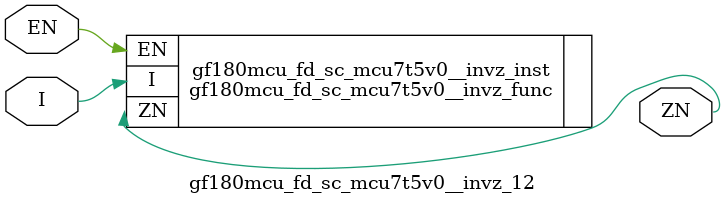
<source format=v>

`ifndef GF180MCU_FD_SC_MCU7T5V0__INVZ_12_V
`define GF180MCU_FD_SC_MCU7T5V0__INVZ_12_V

`include gf180mcu_fd_sc_mcu7t5v0__invz.v

`ifdef USE_POWER_PINS
module gf180mcu_fd_sc_mcu7t5v0__invz_12( EN, I, ZN, VDD, VSS );
inout VDD, VSS;
`else // If not USE_POWER_PINS
module gf180mcu_fd_sc_mcu7t5v0__invz_12( EN, I, ZN );
`endif // If not USE_POWER_PINS
input EN, I;
output ZN;

`ifdef USE_POWER_PINS
  gf180mcu_fd_sc_mcu7t5v0__invz_func gf180mcu_fd_sc_mcu7t5v0__invz_inst(.EN(EN),.I(I),.ZN(ZN),.VDD(VDD),.VSS(VSS));
`else // If not USE_POWER_PINS
  gf180mcu_fd_sc_mcu7t5v0__invz_func gf180mcu_fd_sc_mcu7t5v0__invz_inst(.EN(EN),.I(I),.ZN(ZN));
`endif // If not USE_POWER_PINS

`ifndef FUNCTIONAL
	// spec_gates_begin


	// spec_gates_end



   specify

	// specify_block_begin

	// comb arc EN --> ZN
	 (EN => ZN) = (1.0,1.0);

	// comb arc I --> ZN
	 (I => ZN) = (1.0,1.0);

	// specify_block_end

   endspecify

   `endif

endmodule
`endif // GF180MCU_FD_SC_MCU7T5V0__INVZ_12_V

</source>
